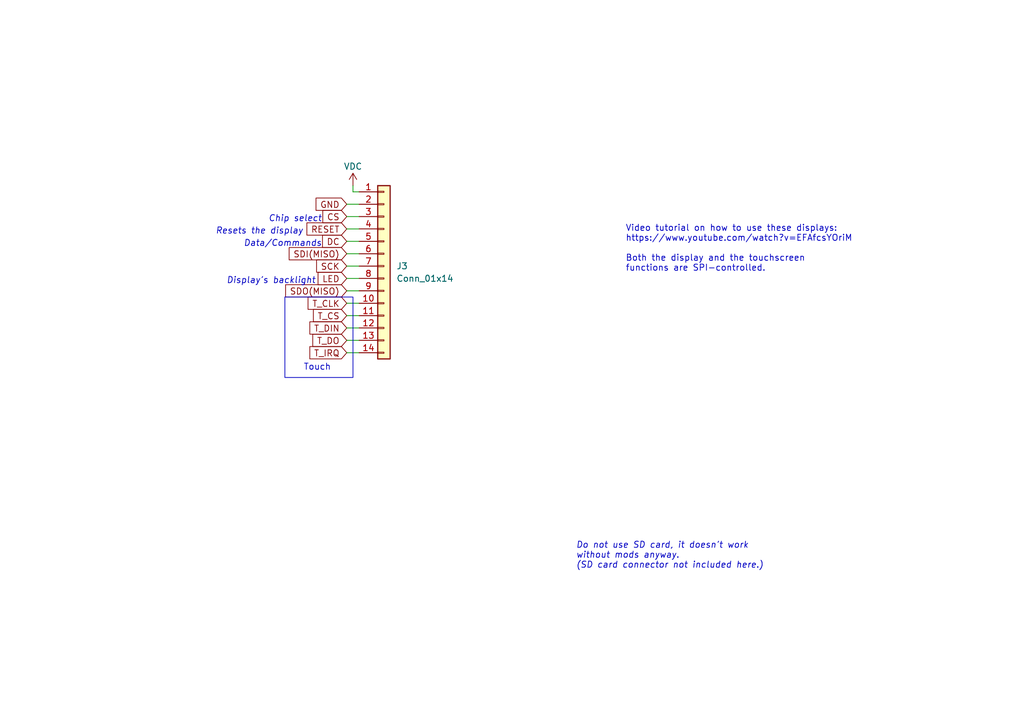
<source format=kicad_sch>
(kicad_sch (version 20230121) (generator eeschema)

  (uuid 97c4678c-4560-477a-8183-40e5feb32336)

  (paper "A5")

  (title_block
    (title "Open Source Machinist Calculator")
    (rev "Draft")
  )

  (lib_symbols
    (symbol "Connector_Generic:Conn_01x14" (pin_names (offset 1.016) hide) (in_bom yes) (on_board yes)
      (property "Reference" "J" (at 0 17.78 0)
        (effects (font (size 1.27 1.27)))
      )
      (property "Value" "Conn_01x14" (at 0 -20.32 0)
        (effects (font (size 1.27 1.27)))
      )
      (property "Footprint" "" (at 0 0 0)
        (effects (font (size 1.27 1.27)) hide)
      )
      (property "Datasheet" "~" (at 0 0 0)
        (effects (font (size 1.27 1.27)) hide)
      )
      (property "ki_keywords" "connector" (at 0 0 0)
        (effects (font (size 1.27 1.27)) hide)
      )
      (property "ki_description" "Generic connector, single row, 01x14, script generated (kicad-library-utils/schlib/autogen/connector/)" (at 0 0 0)
        (effects (font (size 1.27 1.27)) hide)
      )
      (property "ki_fp_filters" "Connector*:*_1x??_*" (at 0 0 0)
        (effects (font (size 1.27 1.27)) hide)
      )
      (symbol "Conn_01x14_1_1"
        (rectangle (start -1.27 -17.653) (end 0 -17.907)
          (stroke (width 0.1524) (type default))
          (fill (type none))
        )
        (rectangle (start -1.27 -15.113) (end 0 -15.367)
          (stroke (width 0.1524) (type default))
          (fill (type none))
        )
        (rectangle (start -1.27 -12.573) (end 0 -12.827)
          (stroke (width 0.1524) (type default))
          (fill (type none))
        )
        (rectangle (start -1.27 -10.033) (end 0 -10.287)
          (stroke (width 0.1524) (type default))
          (fill (type none))
        )
        (rectangle (start -1.27 -7.493) (end 0 -7.747)
          (stroke (width 0.1524) (type default))
          (fill (type none))
        )
        (rectangle (start -1.27 -4.953) (end 0 -5.207)
          (stroke (width 0.1524) (type default))
          (fill (type none))
        )
        (rectangle (start -1.27 -2.413) (end 0 -2.667)
          (stroke (width 0.1524) (type default))
          (fill (type none))
        )
        (rectangle (start -1.27 0.127) (end 0 -0.127)
          (stroke (width 0.1524) (type default))
          (fill (type none))
        )
        (rectangle (start -1.27 2.667) (end 0 2.413)
          (stroke (width 0.1524) (type default))
          (fill (type none))
        )
        (rectangle (start -1.27 5.207) (end 0 4.953)
          (stroke (width 0.1524) (type default))
          (fill (type none))
        )
        (rectangle (start -1.27 7.747) (end 0 7.493)
          (stroke (width 0.1524) (type default))
          (fill (type none))
        )
        (rectangle (start -1.27 10.287) (end 0 10.033)
          (stroke (width 0.1524) (type default))
          (fill (type none))
        )
        (rectangle (start -1.27 12.827) (end 0 12.573)
          (stroke (width 0.1524) (type default))
          (fill (type none))
        )
        (rectangle (start -1.27 15.367) (end 0 15.113)
          (stroke (width 0.1524) (type default))
          (fill (type none))
        )
        (rectangle (start -1.27 16.51) (end 1.27 -19.05)
          (stroke (width 0.254) (type default))
          (fill (type background))
        )
        (pin passive line (at -5.08 15.24 0) (length 3.81)
          (name "Pin_1" (effects (font (size 1.27 1.27))))
          (number "1" (effects (font (size 1.27 1.27))))
        )
        (pin passive line (at -5.08 -7.62 0) (length 3.81)
          (name "Pin_10" (effects (font (size 1.27 1.27))))
          (number "10" (effects (font (size 1.27 1.27))))
        )
        (pin passive line (at -5.08 -10.16 0) (length 3.81)
          (name "Pin_11" (effects (font (size 1.27 1.27))))
          (number "11" (effects (font (size 1.27 1.27))))
        )
        (pin passive line (at -5.08 -12.7 0) (length 3.81)
          (name "Pin_12" (effects (font (size 1.27 1.27))))
          (number "12" (effects (font (size 1.27 1.27))))
        )
        (pin passive line (at -5.08 -15.24 0) (length 3.81)
          (name "Pin_13" (effects (font (size 1.27 1.27))))
          (number "13" (effects (font (size 1.27 1.27))))
        )
        (pin passive line (at -5.08 -17.78 0) (length 3.81)
          (name "Pin_14" (effects (font (size 1.27 1.27))))
          (number "14" (effects (font (size 1.27 1.27))))
        )
        (pin passive line (at -5.08 12.7 0) (length 3.81)
          (name "Pin_2" (effects (font (size 1.27 1.27))))
          (number "2" (effects (font (size 1.27 1.27))))
        )
        (pin passive line (at -5.08 10.16 0) (length 3.81)
          (name "Pin_3" (effects (font (size 1.27 1.27))))
          (number "3" (effects (font (size 1.27 1.27))))
        )
        (pin passive line (at -5.08 7.62 0) (length 3.81)
          (name "Pin_4" (effects (font (size 1.27 1.27))))
          (number "4" (effects (font (size 1.27 1.27))))
        )
        (pin passive line (at -5.08 5.08 0) (length 3.81)
          (name "Pin_5" (effects (font (size 1.27 1.27))))
          (number "5" (effects (font (size 1.27 1.27))))
        )
        (pin passive line (at -5.08 2.54 0) (length 3.81)
          (name "Pin_6" (effects (font (size 1.27 1.27))))
          (number "6" (effects (font (size 1.27 1.27))))
        )
        (pin passive line (at -5.08 0 0) (length 3.81)
          (name "Pin_7" (effects (font (size 1.27 1.27))))
          (number "7" (effects (font (size 1.27 1.27))))
        )
        (pin passive line (at -5.08 -2.54 0) (length 3.81)
          (name "Pin_8" (effects (font (size 1.27 1.27))))
          (number "8" (effects (font (size 1.27 1.27))))
        )
        (pin passive line (at -5.08 -5.08 0) (length 3.81)
          (name "Pin_9" (effects (font (size 1.27 1.27))))
          (number "9" (effects (font (size 1.27 1.27))))
        )
      )
    )
    (symbol "power:VDC" (power) (pin_names (offset 0)) (in_bom yes) (on_board yes)
      (property "Reference" "#PWR" (at 0 -2.54 0)
        (effects (font (size 1.27 1.27)) hide)
      )
      (property "Value" "VDC" (at 0 6.35 0)
        (effects (font (size 1.27 1.27)))
      )
      (property "Footprint" "" (at 0 0 0)
        (effects (font (size 1.27 1.27)) hide)
      )
      (property "Datasheet" "" (at 0 0 0)
        (effects (font (size 1.27 1.27)) hide)
      )
      (property "ki_keywords" "global power" (at 0 0 0)
        (effects (font (size 1.27 1.27)) hide)
      )
      (property "ki_description" "Power symbol creates a global label with name \"VDC\"" (at 0 0 0)
        (effects (font (size 1.27 1.27)) hide)
      )
      (symbol "VDC_0_1"
        (polyline
          (pts
            (xy -0.762 1.27)
            (xy 0 2.54)
          )
          (stroke (width 0) (type default))
          (fill (type none))
        )
        (polyline
          (pts
            (xy 0 0)
            (xy 0 2.54)
          )
          (stroke (width 0) (type default))
          (fill (type none))
        )
        (polyline
          (pts
            (xy 0 2.54)
            (xy 0.762 1.27)
          )
          (stroke (width 0) (type default))
          (fill (type none))
        )
      )
      (symbol "VDC_1_1"
        (pin power_in line (at 0 0 90) (length 0) hide
          (name "VDC" (effects (font (size 1.27 1.27))))
          (number "1" (effects (font (size 1.27 1.27))))
        )
      )
    )
  )


  (wire (pts (xy 71.12 52.07) (xy 73.66 52.07))
    (stroke (width 0) (type default))
    (uuid 18ec3b76-0601-4e97-bb7a-f4196353312a)
  )
  (wire (pts (xy 72.39 38.1) (xy 72.39 39.37))
    (stroke (width 0) (type default))
    (uuid 217fb897-2b00-46f9-b6f6-8fb4c2e24e25)
  )
  (wire (pts (xy 71.12 44.45) (xy 73.66 44.45))
    (stroke (width 0) (type default))
    (uuid 22e7e53d-0e1f-4183-a623-3e01d78794dc)
  )
  (wire (pts (xy 71.12 49.53) (xy 73.66 49.53))
    (stroke (width 0) (type default))
    (uuid 30068730-636f-4df9-9c6a-d5799179617d)
  )
  (wire (pts (xy 71.12 46.99) (xy 73.66 46.99))
    (stroke (width 0) (type default))
    (uuid 42313df1-aff3-4240-9c25-51d670d0deed)
  )
  (wire (pts (xy 71.12 67.31) (xy 73.66 67.31))
    (stroke (width 0) (type default))
    (uuid 45f54a6a-3002-49f4-ad77-781816989bbc)
  )
  (wire (pts (xy 72.39 39.37) (xy 73.66 39.37))
    (stroke (width 0) (type default))
    (uuid 6e2a8abc-942c-4f28-a15a-579f40b4a5f6)
  )
  (wire (pts (xy 71.12 64.77) (xy 73.66 64.77))
    (stroke (width 0) (type default))
    (uuid c0c3bd73-5a6c-4da4-a780-db00aa686455)
  )
  (wire (pts (xy 71.12 69.85) (xy 73.66 69.85))
    (stroke (width 0) (type default))
    (uuid c48645cc-3f3b-438d-8bfc-f9c3809e1180)
  )
  (wire (pts (xy 71.12 57.15) (xy 73.66 57.15))
    (stroke (width 0) (type default))
    (uuid c9824cbd-a6b4-4bf0-95d3-2cd479d96478)
  )
  (wire (pts (xy 71.12 72.39) (xy 73.66 72.39))
    (stroke (width 0) (type default))
    (uuid d559a516-bd46-41c9-841b-25c37ff9f16e)
  )
  (wire (pts (xy 71.12 41.91) (xy 73.66 41.91))
    (stroke (width 0) (type default))
    (uuid d88e0fc3-5811-4dcb-a4da-ee0592064bf7)
  )
  (wire (pts (xy 71.12 54.61) (xy 73.66 54.61))
    (stroke (width 0) (type default))
    (uuid eb8d0ea1-7e02-42e2-9d0c-f6031fb5344e)
  )
  (wire (pts (xy 71.12 59.69) (xy 73.66 59.69))
    (stroke (width 0) (type default))
    (uuid eff69639-c1ff-47b8-95ba-66af91e7c5c5)
  )
  (wire (pts (xy 71.12 62.23) (xy 73.66 62.23))
    (stroke (width 0) (type default))
    (uuid f6d74481-5c6e-487e-8ebc-acd272b2a334)
  )

  (rectangle (start 72.39 60.96) (end 58.42 77.47)
    (stroke (width 0) (type default))
    (fill (type none))
    (uuid 01255971-64ca-4c2d-8ce3-59708d9241b5)
  )

  (text "Touch" (at 62.23 76.2 0)
    (effects (font (size 1.27 1.27)) (justify left bottom))
    (uuid 0a4d14da-97f0-48de-8c2e-07b74f6e82fa)
  )
  (text "Video tutorial on how to use these displays:\nhttps://www.youtube.com/watch?v=EFAfcsYOriM\n\nBoth the display and the touchscreen\nfunctions are SPI-controlled."
    (at 128.27 55.88 0)
    (effects (font (size 1.27 1.27)) (justify left bottom))
    (uuid 7a21708c-4ed6-4308-bc05-7557abc7ad29)
  )
  (text "Data/Commands" (at 66.04 50.8 0)
    (effects (font (size 1.27 1.27) italic) (justify right bottom))
    (uuid 81d1c2a4-2f45-4dd4-ac4c-f72fd35ed3b3)
  )
  (text "Resets the display" (at 62.23 48.26 0)
    (effects (font (size 1.27 1.27) italic) (justify right bottom))
    (uuid a3ef6c0a-e242-4a6e-a14a-06acd2aade43)
  )
  (text "Display's backlight" (at 64.77 58.42 0)
    (effects (font (size 1.27 1.27) italic) (justify right bottom))
    (uuid cd0b1788-5b07-4b83-b89a-35b58ad46ea5)
  )
  (text "Chip select" (at 66.04 45.72 0)
    (effects (font (size 1.27 1.27) italic) (justify right bottom))
    (uuid d7671361-03ab-4185-a1cc-60d28a482a1a)
  )
  (text "Do not use SD card, it doesn't work\nwithout mods anyway.\n(SD card connector not included here.)"
    (at 118.11 116.84 0)
    (effects (font (size 1.27 1.27) italic) (justify left bottom))
    (uuid fbf9ec3a-217b-4aec-8de6-3a64f1fa1d34)
  )

  (global_label "DC" (shape input) (at 71.12 49.53 180) (fields_autoplaced)
    (effects (font (size 1.27 1.27)) (justify right))
    (uuid 16719144-ab57-4277-a65f-82682ddd6fa9)
    (property "Intersheetrefs" "${INTERSHEET_REFS}" (at 65.6742 49.53 0)
      (effects (font (size 1.27 1.27)) (justify right) hide)
    )
  )
  (global_label "SDI(MISO)" (shape input) (at 71.12 52.07 180) (fields_autoplaced)
    (effects (font (size 1.27 1.27)) (justify right))
    (uuid 4af5ea8a-b7c4-4a8c-87de-dea182bf2fc1)
    (property "Intersheetrefs" "${INTERSHEET_REFS}" (at 58.8403 52.07 0)
      (effects (font (size 1.27 1.27)) (justify right) hide)
    )
  )
  (global_label "CS" (shape input) (at 71.12 44.45 180) (fields_autoplaced)
    (effects (font (size 1.27 1.27)) (justify right))
    (uuid 4be2273d-57e9-4863-9aaf-3cdd74df3d5d)
    (property "Intersheetrefs" "${INTERSHEET_REFS}" (at 65.7347 44.45 0)
      (effects (font (size 1.27 1.27)) (justify right) hide)
    )
  )
  (global_label "T_DO" (shape input) (at 71.12 69.85 180) (fields_autoplaced)
    (effects (font (size 1.27 1.27)) (justify right))
    (uuid 54a31b46-5606-49a4-bd3d-a6caa9276f7f)
    (property "Intersheetrefs" "${INTERSHEET_REFS}" (at 63.6785 69.85 0)
      (effects (font (size 1.27 1.27)) (justify right) hide)
    )
  )
  (global_label "SCK" (shape input) (at 71.12 54.61 180) (fields_autoplaced)
    (effects (font (size 1.27 1.27)) (justify right))
    (uuid 59a8ea13-8d21-4404-8b79-c7a1a59169cd)
    (property "Intersheetrefs" "${INTERSHEET_REFS}" (at 64.4647 54.61 0)
      (effects (font (size 1.27 1.27)) (justify right) hide)
    )
  )
  (global_label "RESET" (shape input) (at 71.12 46.99 180) (fields_autoplaced)
    (effects (font (size 1.27 1.27)) (justify right))
    (uuid 6352e653-20fb-4bf4-84f7-c09f265ea220)
    (property "Intersheetrefs" "${INTERSHEET_REFS}" (at 62.4691 46.99 0)
      (effects (font (size 1.27 1.27)) (justify right) hide)
    )
  )
  (global_label "LED" (shape input) (at 71.12 57.15 180) (fields_autoplaced)
    (effects (font (size 1.27 1.27)) (justify right))
    (uuid 8e4faf8d-786d-41bc-a442-3ad9d2f84437)
    (property "Intersheetrefs" "${INTERSHEET_REFS}" (at 64.7671 57.15 0)
      (effects (font (size 1.27 1.27)) (justify right) hide)
    )
  )
  (global_label "T_CS" (shape input) (at 71.12 64.77 180) (fields_autoplaced)
    (effects (font (size 1.27 1.27)) (justify right))
    (uuid 9ddafdea-d39f-4c7b-98e4-9078955b95ec)
    (property "Intersheetrefs" "${INTERSHEET_REFS}" (at 63.7995 64.77 0)
      (effects (font (size 1.27 1.27)) (justify right) hide)
    )
  )
  (global_label "GND" (shape input) (at 71.12 41.91 180) (fields_autoplaced)
    (effects (font (size 1.27 1.27)) (justify right))
    (uuid a8130061-7026-4459-bf5a-70f440b00c5d)
    (property "Intersheetrefs" "${INTERSHEET_REFS}" (at 64.3437 41.91 0)
      (effects (font (size 1.27 1.27)) (justify right) hide)
    )
  )
  (global_label "T_CLK" (shape input) (at 71.12 62.23 180) (fields_autoplaced)
    (effects (font (size 1.27 1.27)) (justify right))
    (uuid b6112dbc-1c98-4923-9b9e-4c856449129b)
    (property "Intersheetrefs" "${INTERSHEET_REFS}" (at 62.7109 62.23 0)
      (effects (font (size 1.27 1.27)) (justify right) hide)
    )
  )
  (global_label "SDO(MISO)" (shape input) (at 71.12 59.69 180) (fields_autoplaced)
    (effects (font (size 1.27 1.27)) (justify right))
    (uuid b6999787-6489-451a-b4dc-2d9b50603d18)
    (property "Intersheetrefs" "${INTERSHEET_REFS}" (at 58.1146 59.69 0)
      (effects (font (size 1.27 1.27)) (justify right) hide)
    )
  )
  (global_label "T_DIN" (shape input) (at 71.12 67.31 180) (fields_autoplaced)
    (effects (font (size 1.27 1.27)) (justify right))
    (uuid c28d8584-ef7b-48e9-8035-6477bb896c2b)
    (property "Intersheetrefs" "${INTERSHEET_REFS}" (at 63.0737 67.31 0)
      (effects (font (size 1.27 1.27)) (justify right) hide)
    )
  )
  (global_label "T_IRQ" (shape input) (at 71.12 72.39 180) (fields_autoplaced)
    (effects (font (size 1.27 1.27)) (justify right))
    (uuid c8338465-1f53-4de7-a564-aeb684db7e57)
    (property "Intersheetrefs" "${INTERSHEET_REFS}" (at 63.0737 72.39 0)
      (effects (font (size 1.27 1.27)) (justify right) hide)
    )
  )

  (symbol (lib_id "power:VDC") (at 72.39 38.1 0) (unit 1)
    (in_bom yes) (on_board yes) (dnp no) (fields_autoplaced)
    (uuid 514fe332-8e4c-4f7e-bcaf-3fca38d1da20)
    (property "Reference" "#PWR049" (at 72.39 40.64 0)
      (effects (font (size 1.27 1.27)) hide)
    )
    (property "Value" "VDC" (at 72.39 34.155 0)
      (effects (font (size 1.27 1.27)))
    )
    (property "Footprint" "" (at 72.39 38.1 0)
      (effects (font (size 1.27 1.27)) hide)
    )
    (property "Datasheet" "" (at 72.39 38.1 0)
      (effects (font (size 1.27 1.27)) hide)
    )
    (pin "1" (uuid dcec839a-ae17-4785-a498-d6d9a1f4af05))
    (instances
      (project "Open_Machinist_Calculator"
        (path "/35282355-b5fa-4a34-be75-817e69674e40/3532e8c7-9d6a-4014-b778-e395ecbbcaef"
          (reference "#PWR049") (unit 1)
        )
        (path "/35282355-b5fa-4a34-be75-817e69674e40/61891dd1-a38a-4a1b-b250-aeb16817b95e"
          (reference "#PWR014") (unit 1)
        )
      )
    )
  )

  (symbol (lib_id "Connector_Generic:Conn_01x14") (at 78.74 54.61 0) (unit 1)
    (in_bom yes) (on_board yes) (dnp no)
    (uuid ab48c200-a25e-470e-bf83-8400b759b088)
    (property "Reference" "J3" (at 81.28 54.61 0)
      (effects (font (size 1.27 1.27)) (justify left))
    )
    (property "Value" "Conn_01x14" (at 81.28 57.15 0)
      (effects (font (size 1.27 1.27)) (justify left))
    )
    (property "Footprint" "Connector_PinHeader_2.54mm:PinHeader_1x14_P2.54mm_Vertical" (at 78.74 54.61 0)
      (effects (font (size 1.27 1.27)) hide)
    )
    (property "Datasheet" "~" (at 78.74 54.61 0)
      (effects (font (size 1.27 1.27)) hide)
    )
    (pin "1" (uuid 746f904f-4652-47a1-88f3-a6ae941836b7))
    (pin "10" (uuid 915ddbec-52fb-4841-ab3a-a286358cff82))
    (pin "11" (uuid 53c9dff3-0d9d-460b-9ca5-3563a670de7c))
    (pin "12" (uuid a18bdeee-f2cf-4db4-83e9-06c1f4242c10))
    (pin "13" (uuid 4d9ca93d-e6bc-4d28-8d02-f6e776f8a73c))
    (pin "14" (uuid dbd1f9d4-31ad-4c07-8cbd-872a6aa77ab8))
    (pin "2" (uuid b3cd1b19-6727-4407-ab9d-9cfb58076eb5))
    (pin "3" (uuid dfc66e99-4c02-4a2c-86d5-434df3012fa8))
    (pin "4" (uuid db2140c2-9a58-4bef-b2e0-28c627070671))
    (pin "5" (uuid 0baa5239-21df-4ebe-8710-c4c1af808d8e))
    (pin "6" (uuid 4550e4f0-13c5-421d-a4ca-a52f9bd824ae))
    (pin "7" (uuid a79f2a93-afb7-4269-a0e1-d7e32217af0a))
    (pin "8" (uuid d0fcfbe1-6272-48e2-b52e-f7878cfa346c))
    (pin "9" (uuid 32456647-0c6c-4747-98a2-bf47275eb105))
    (instances
      (project "Open_Machinist_Calculator"
        (path "/35282355-b5fa-4a34-be75-817e69674e40/61891dd1-a38a-4a1b-b250-aeb16817b95e"
          (reference "J3") (unit 1)
        )
      )
    )
  )
)

</source>
